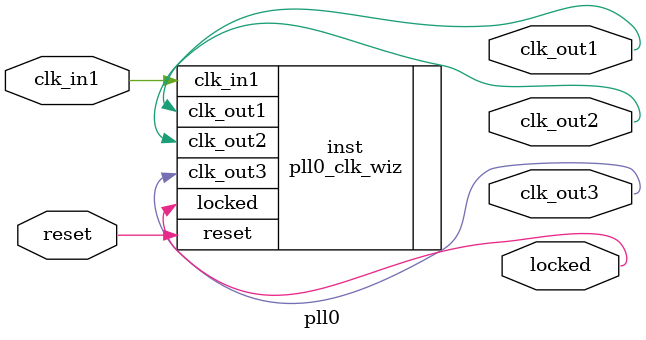
<source format=v>


`timescale 1ps/1ps

(* CORE_GENERATION_INFO = "pll0,clk_wiz_v6_0_2_0_0,{component_name=pll0,use_phase_alignment=true,use_min_o_jitter=false,use_max_i_jitter=false,use_dyn_phase_shift=false,use_inclk_switchover=false,use_dyn_reconfig=false,enable_axi=0,feedback_source=FDBK_AUTO,PRIMITIVE=MMCM,num_out_clk=3,clkin1_period=40.000,clkin2_period=10.0,use_power_down=false,use_reset=true,use_locked=true,use_inclk_stopped=false,feedback_type=SINGLE,CLOCK_MGR_TYPE=NA,manual_override=false}" *)

module pll0 
 (
  // Clock out ports
  output        clk_out1,
  output        clk_out2,
  output        clk_out3,
  // Status and control signals
  input         reset,
  output        locked,
 // Clock in ports
  input         clk_in1
 );

  pll0_clk_wiz inst
  (
  // Clock out ports  
  .clk_out1(clk_out1),
  .clk_out2(clk_out2),
  .clk_out3(clk_out3),
  // Status and control signals               
  .reset(reset), 
  .locked(locked),
 // Clock in ports
  .clk_in1(clk_in1)
  );

endmodule

</source>
